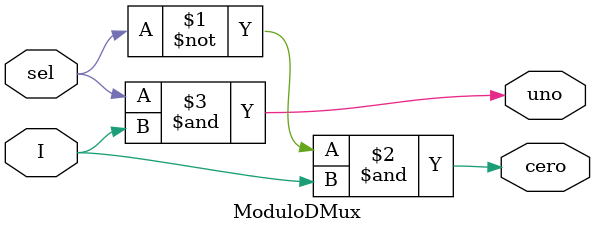
<source format=v>
module ModuloDMux(
	input I,
	input sel,
	output cero,
	output uno
);
		assign cero = ~sel & I;
		assign uno = sel & I;
endmodule
</source>
